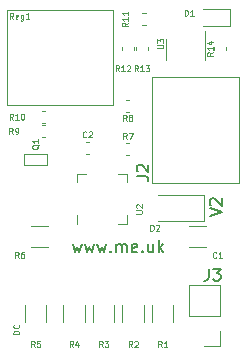
<source format=gbr>
%TF.GenerationSoftware,KiCad,Pcbnew,(5.1.9-0-10_14)*%
%TF.CreationDate,2021-05-24T07:26:35+01:00*%
%TF.ProjectId,Battery,42617474-6572-4792-9e6b-696361645f70,12*%
%TF.SameCoordinates,Original*%
%TF.FileFunction,Legend,Top*%
%TF.FilePolarity,Positive*%
%FSLAX46Y46*%
G04 Gerber Fmt 4.6, Leading zero omitted, Abs format (unit mm)*
G04 Created by KiCad (PCBNEW (5.1.9-0-10_14)) date 2021-05-24 07:26:35*
%MOMM*%
%LPD*%
G01*
G04 APERTURE LIST*
%ADD10C,0.080000*%
%ADD11C,0.150000*%
%ADD12C,0.120000*%
%ADD13C,0.100000*%
G04 APERTURE END LIST*
D10*
X118326190Y-126080952D02*
X117826190Y-126080952D01*
X117826190Y-125961904D01*
X117850000Y-125890476D01*
X117897619Y-125842857D01*
X117945238Y-125819047D01*
X118040476Y-125795238D01*
X118111904Y-125795238D01*
X118207142Y-125819047D01*
X118254761Y-125842857D01*
X118302380Y-125890476D01*
X118326190Y-125961904D01*
X118326190Y-126080952D01*
X118278571Y-125295238D02*
X118302380Y-125319047D01*
X118326190Y-125390476D01*
X118326190Y-125438095D01*
X118302380Y-125509523D01*
X118254761Y-125557142D01*
X118207142Y-125580952D01*
X118111904Y-125604761D01*
X118040476Y-125604761D01*
X117945238Y-125580952D01*
X117897619Y-125557142D01*
X117850000Y-125509523D01*
X117826190Y-125438095D01*
X117826190Y-125390476D01*
X117850000Y-125319047D01*
X117873809Y-125295238D01*
D11*
X122842857Y-118485714D02*
X123033333Y-119152380D01*
X123223809Y-118676190D01*
X123414285Y-119152380D01*
X123604761Y-118485714D01*
X123890476Y-118485714D02*
X124080952Y-119152380D01*
X124271428Y-118676190D01*
X124461904Y-119152380D01*
X124652380Y-118485714D01*
X124938095Y-118485714D02*
X125128571Y-119152380D01*
X125319047Y-118676190D01*
X125509523Y-119152380D01*
X125700000Y-118485714D01*
X126080952Y-119057142D02*
X126128571Y-119104761D01*
X126080952Y-119152380D01*
X126033333Y-119104761D01*
X126080952Y-119057142D01*
X126080952Y-119152380D01*
X126557142Y-119152380D02*
X126557142Y-118485714D01*
X126557142Y-118580952D02*
X126604761Y-118533333D01*
X126700000Y-118485714D01*
X126842857Y-118485714D01*
X126938095Y-118533333D01*
X126985714Y-118628571D01*
X126985714Y-119152380D01*
X126985714Y-118628571D02*
X127033333Y-118533333D01*
X127128571Y-118485714D01*
X127271428Y-118485714D01*
X127366666Y-118533333D01*
X127414285Y-118628571D01*
X127414285Y-119152380D01*
X128271428Y-119104761D02*
X128176190Y-119152380D01*
X127985714Y-119152380D01*
X127890476Y-119104761D01*
X127842857Y-119009523D01*
X127842857Y-118628571D01*
X127890476Y-118533333D01*
X127985714Y-118485714D01*
X128176190Y-118485714D01*
X128271428Y-118533333D01*
X128319047Y-118628571D01*
X128319047Y-118723809D01*
X127842857Y-118819047D01*
X128747619Y-119057142D02*
X128795238Y-119104761D01*
X128747619Y-119152380D01*
X128700000Y-119104761D01*
X128747619Y-119057142D01*
X128747619Y-119152380D01*
X129652380Y-118485714D02*
X129652380Y-119152380D01*
X129223809Y-118485714D02*
X129223809Y-119009523D01*
X129271428Y-119104761D01*
X129366666Y-119152380D01*
X129509523Y-119152380D01*
X129604761Y-119104761D01*
X129652380Y-119057142D01*
X130128571Y-119152380D02*
X130128571Y-118152380D01*
X130223809Y-118771428D02*
X130509523Y-119152380D01*
X130509523Y-118485714D02*
X130128571Y-118866666D01*
X134452380Y-116109523D02*
X135452380Y-115776190D01*
X134452380Y-115442857D01*
X134547619Y-115157142D02*
X134500000Y-115109523D01*
X134452380Y-115014285D01*
X134452380Y-114776190D01*
X134500000Y-114680952D01*
X134547619Y-114633333D01*
X134642857Y-114585714D01*
X134738095Y-114585714D01*
X134880952Y-114633333D01*
X135452380Y-115204761D01*
X135452380Y-114585714D01*
D12*
%TO.C,Reg1*%
X126250000Y-106650000D02*
X117250000Y-106650000D01*
X126250000Y-98650000D02*
X126250000Y-106650000D01*
X117250000Y-98650000D02*
X126250000Y-98650000D01*
X117250000Y-106650000D02*
X117250000Y-98650000D01*
%TO.C,U3*%
X134010000Y-102900000D02*
X134010000Y-100450000D01*
X130790000Y-101100000D02*
X130790000Y-102900000D01*
%TO.C,R14*%
X135810000Y-102040580D02*
X135810000Y-101759420D01*
X134790000Y-102040580D02*
X134790000Y-101759420D01*
%TO.C,R10*%
X120259420Y-108210000D02*
X120540580Y-108210000D01*
X120259420Y-107190000D02*
X120540580Y-107190000D01*
%TO.C,D2*%
X133985000Y-114265000D02*
X130100000Y-114265000D01*
X133985000Y-116535000D02*
X133985000Y-114265000D01*
X130100000Y-116535000D02*
X133985000Y-116535000D01*
%TO.C,Q1*%
X118700000Y-110800000D02*
X120700000Y-110800000D01*
X120700000Y-110800000D02*
X120700000Y-111800000D01*
X120700000Y-111800000D02*
X118700000Y-111800000D01*
X118700000Y-111800000D02*
X118700000Y-110800000D01*
%TO.C,D1*%
X136185000Y-98565000D02*
X133900000Y-98565000D01*
X136185000Y-100035000D02*
X136185000Y-98565000D01*
X133900000Y-100035000D02*
X136185000Y-100035000D01*
%TO.C,C2*%
X124246267Y-109790000D02*
X123953733Y-109790000D01*
X124246267Y-110810000D02*
X123953733Y-110810000D01*
%TO.C,J3*%
X135330000Y-127130000D02*
X134000000Y-127130000D01*
X135330000Y-125800000D02*
X135330000Y-127130000D01*
X135330000Y-124530000D02*
X132670000Y-124530000D01*
X132670000Y-124530000D02*
X132670000Y-121930000D01*
X135330000Y-124530000D02*
X135330000Y-121930000D01*
X135330000Y-121930000D02*
X132670000Y-121930000D01*
%TO.C,R13*%
X128010000Y-102040580D02*
X128010000Y-101759420D01*
X126990000Y-102040580D02*
X126990000Y-101759420D01*
%TO.C,R12*%
X128190000Y-101759420D02*
X128190000Y-102040580D01*
X129210000Y-101759420D02*
X129210000Y-102040580D01*
%TO.C,R11*%
X128759420Y-99910000D02*
X129040580Y-99910000D01*
X128759420Y-98890000D02*
X129040580Y-98890000D01*
%TO.C,R9*%
X120259420Y-109410000D02*
X120540580Y-109410000D01*
X120259420Y-108390000D02*
X120540580Y-108390000D01*
%TO.C,R8*%
X127359420Y-107310000D02*
X127640580Y-107310000D01*
X127359420Y-106290000D02*
X127640580Y-106290000D01*
%TO.C,R7*%
X127640580Y-109890000D02*
X127359420Y-109890000D01*
X127640580Y-110910000D02*
X127359420Y-110910000D01*
%TO.C,R6*%
X119322936Y-118710000D02*
X120777064Y-118710000D01*
X119322936Y-116890000D02*
X120777064Y-116890000D01*
%TO.C,R5*%
X120610000Y-125077064D02*
X120610000Y-123622936D01*
X118790000Y-125077064D02*
X118790000Y-123622936D01*
%TO.C,R4*%
X123880000Y-125077064D02*
X123880000Y-123622936D01*
X122060000Y-125077064D02*
X122060000Y-123622936D01*
%TO.C,R3*%
X126380000Y-125077064D02*
X126380000Y-123622936D01*
X124560000Y-125077064D02*
X124560000Y-123622936D01*
%TO.C,R2*%
X128880000Y-125077064D02*
X128880000Y-123622936D01*
X127060000Y-125077064D02*
X127060000Y-123622936D01*
%TO.C,R1*%
X131380000Y-125077064D02*
X131380000Y-123622936D01*
X129560000Y-125077064D02*
X129560000Y-123622936D01*
%TO.C,C1*%
X134164564Y-116890000D02*
X132710436Y-116890000D01*
X134164564Y-118710000D02*
X132710436Y-118710000D01*
%TO.C,U2*%
X123215000Y-113240000D02*
X123215000Y-112515000D01*
X123215000Y-112515000D02*
X123940000Y-112515000D01*
X127435000Y-116010000D02*
X127435000Y-116735000D01*
X127435000Y-116735000D02*
X126710000Y-116735000D01*
X127435000Y-113240000D02*
X127435000Y-112515000D01*
X127435000Y-112515000D02*
X126710000Y-112515000D01*
X123215000Y-116010000D02*
X123215000Y-116735000D01*
%TO.C,J2*%
X136890000Y-113270000D02*
X129540000Y-113270000D01*
X129540000Y-113270000D02*
X129540000Y-104330000D01*
X129540000Y-104330000D02*
X136890000Y-104330000D01*
X136890000Y-113270000D02*
X136890000Y-104330000D01*
%TO.C,Reg1*%
D13*
X117819761Y-99376190D02*
X117653095Y-99138095D01*
X117534047Y-99376190D02*
X117534047Y-98876190D01*
X117724523Y-98876190D01*
X117772142Y-98900000D01*
X117795952Y-98923809D01*
X117819761Y-98971428D01*
X117819761Y-99042857D01*
X117795952Y-99090476D01*
X117772142Y-99114285D01*
X117724523Y-99138095D01*
X117534047Y-99138095D01*
X118224523Y-99352380D02*
X118176904Y-99376190D01*
X118081666Y-99376190D01*
X118034047Y-99352380D01*
X118010238Y-99304761D01*
X118010238Y-99114285D01*
X118034047Y-99066666D01*
X118081666Y-99042857D01*
X118176904Y-99042857D01*
X118224523Y-99066666D01*
X118248333Y-99114285D01*
X118248333Y-99161904D01*
X118010238Y-99209523D01*
X118676904Y-99042857D02*
X118676904Y-99447619D01*
X118653095Y-99495238D01*
X118629285Y-99519047D01*
X118581666Y-99542857D01*
X118510238Y-99542857D01*
X118462619Y-99519047D01*
X118676904Y-99352380D02*
X118629285Y-99376190D01*
X118534047Y-99376190D01*
X118486428Y-99352380D01*
X118462619Y-99328571D01*
X118438809Y-99280952D01*
X118438809Y-99138095D01*
X118462619Y-99090476D01*
X118486428Y-99066666D01*
X118534047Y-99042857D01*
X118629285Y-99042857D01*
X118676904Y-99066666D01*
X119176904Y-99376190D02*
X118891190Y-99376190D01*
X119034047Y-99376190D02*
X119034047Y-98876190D01*
X118986428Y-98947619D01*
X118938809Y-98995238D01*
X118891190Y-99019047D01*
%TO.C,U3*%
D10*
X130026190Y-101880952D02*
X130430952Y-101880952D01*
X130478571Y-101857142D01*
X130502380Y-101833333D01*
X130526190Y-101785714D01*
X130526190Y-101690476D01*
X130502380Y-101642857D01*
X130478571Y-101619047D01*
X130430952Y-101595238D01*
X130026190Y-101595238D01*
X130026190Y-101404761D02*
X130026190Y-101095238D01*
X130216666Y-101261904D01*
X130216666Y-101190476D01*
X130240476Y-101142857D01*
X130264285Y-101119047D01*
X130311904Y-101095238D01*
X130430952Y-101095238D01*
X130478571Y-101119047D01*
X130502380Y-101142857D01*
X130526190Y-101190476D01*
X130526190Y-101333333D01*
X130502380Y-101380952D01*
X130478571Y-101404761D01*
%TO.C,R14*%
X134726190Y-102221428D02*
X134488095Y-102388095D01*
X134726190Y-102507142D02*
X134226190Y-102507142D01*
X134226190Y-102316666D01*
X134250000Y-102269047D01*
X134273809Y-102245238D01*
X134321428Y-102221428D01*
X134392857Y-102221428D01*
X134440476Y-102245238D01*
X134464285Y-102269047D01*
X134488095Y-102316666D01*
X134488095Y-102507142D01*
X134726190Y-101745238D02*
X134726190Y-102030952D01*
X134726190Y-101888095D02*
X134226190Y-101888095D01*
X134297619Y-101935714D01*
X134345238Y-101983333D01*
X134369047Y-102030952D01*
X134392857Y-101316666D02*
X134726190Y-101316666D01*
X134202380Y-101435714D02*
X134559523Y-101554761D01*
X134559523Y-101245238D01*
%TO.C,R10*%
X117788571Y-107926190D02*
X117621904Y-107688095D01*
X117502857Y-107926190D02*
X117502857Y-107426190D01*
X117693333Y-107426190D01*
X117740952Y-107450000D01*
X117764761Y-107473809D01*
X117788571Y-107521428D01*
X117788571Y-107592857D01*
X117764761Y-107640476D01*
X117740952Y-107664285D01*
X117693333Y-107688095D01*
X117502857Y-107688095D01*
X118264761Y-107926190D02*
X117979047Y-107926190D01*
X118121904Y-107926190D02*
X118121904Y-107426190D01*
X118074285Y-107497619D01*
X118026666Y-107545238D01*
X117979047Y-107569047D01*
X118574285Y-107426190D02*
X118621904Y-107426190D01*
X118669523Y-107450000D01*
X118693333Y-107473809D01*
X118717142Y-107521428D01*
X118740952Y-107616666D01*
X118740952Y-107735714D01*
X118717142Y-107830952D01*
X118693333Y-107878571D01*
X118669523Y-107902380D01*
X118621904Y-107926190D01*
X118574285Y-107926190D01*
X118526666Y-107902380D01*
X118502857Y-107878571D01*
X118479047Y-107830952D01*
X118455238Y-107735714D01*
X118455238Y-107616666D01*
X118479047Y-107521428D01*
X118502857Y-107473809D01*
X118526666Y-107450000D01*
X118574285Y-107426190D01*
%TO.C,D2*%
X129430952Y-117326190D02*
X129430952Y-116826190D01*
X129550000Y-116826190D01*
X129621428Y-116850000D01*
X129669047Y-116897619D01*
X129692857Y-116945238D01*
X129716666Y-117040476D01*
X129716666Y-117111904D01*
X129692857Y-117207142D01*
X129669047Y-117254761D01*
X129621428Y-117302380D01*
X129550000Y-117326190D01*
X129430952Y-117326190D01*
X129907142Y-116873809D02*
X129930952Y-116850000D01*
X129978571Y-116826190D01*
X130097619Y-116826190D01*
X130145238Y-116850000D01*
X130169047Y-116873809D01*
X130192857Y-116921428D01*
X130192857Y-116969047D01*
X130169047Y-117040476D01*
X129883333Y-117326190D01*
X130192857Y-117326190D01*
%TO.C,Q1*%
X119973809Y-110047619D02*
X119950000Y-110095238D01*
X119902380Y-110142857D01*
X119830952Y-110214285D01*
X119807142Y-110261904D01*
X119807142Y-110309523D01*
X119926190Y-110285714D02*
X119902380Y-110333333D01*
X119854761Y-110380952D01*
X119759523Y-110404761D01*
X119592857Y-110404761D01*
X119497619Y-110380952D01*
X119450000Y-110333333D01*
X119426190Y-110285714D01*
X119426190Y-110190476D01*
X119450000Y-110142857D01*
X119497619Y-110095238D01*
X119592857Y-110071428D01*
X119759523Y-110071428D01*
X119854761Y-110095238D01*
X119902380Y-110142857D01*
X119926190Y-110190476D01*
X119926190Y-110285714D01*
X119926190Y-109595238D02*
X119926190Y-109880952D01*
X119926190Y-109738095D02*
X119426190Y-109738095D01*
X119497619Y-109785714D01*
X119545238Y-109833333D01*
X119569047Y-109880952D01*
%TO.C,D1*%
X132330952Y-99126190D02*
X132330952Y-98626190D01*
X132450000Y-98626190D01*
X132521428Y-98650000D01*
X132569047Y-98697619D01*
X132592857Y-98745238D01*
X132616666Y-98840476D01*
X132616666Y-98911904D01*
X132592857Y-99007142D01*
X132569047Y-99054761D01*
X132521428Y-99102380D01*
X132450000Y-99126190D01*
X132330952Y-99126190D01*
X133092857Y-99126190D02*
X132807142Y-99126190D01*
X132950000Y-99126190D02*
X132950000Y-98626190D01*
X132902380Y-98697619D01*
X132854761Y-98745238D01*
X132807142Y-98769047D01*
%TO.C,C2*%
X124016666Y-109378571D02*
X123992857Y-109402380D01*
X123921428Y-109426190D01*
X123873809Y-109426190D01*
X123802380Y-109402380D01*
X123754761Y-109354761D01*
X123730952Y-109307142D01*
X123707142Y-109211904D01*
X123707142Y-109140476D01*
X123730952Y-109045238D01*
X123754761Y-108997619D01*
X123802380Y-108950000D01*
X123873809Y-108926190D01*
X123921428Y-108926190D01*
X123992857Y-108950000D01*
X124016666Y-108973809D01*
X124207142Y-108973809D02*
X124230952Y-108950000D01*
X124278571Y-108926190D01*
X124397619Y-108926190D01*
X124445238Y-108950000D01*
X124469047Y-108973809D01*
X124492857Y-109021428D01*
X124492857Y-109069047D01*
X124469047Y-109140476D01*
X124183333Y-109426190D01*
X124492857Y-109426190D01*
%TO.C,J3*%
D11*
X134366666Y-120552380D02*
X134366666Y-121266666D01*
X134319047Y-121409523D01*
X134223809Y-121504761D01*
X134080952Y-121552380D01*
X133985714Y-121552380D01*
X134747619Y-120552380D02*
X135366666Y-120552380D01*
X135033333Y-120933333D01*
X135176190Y-120933333D01*
X135271428Y-120980952D01*
X135319047Y-121028571D01*
X135366666Y-121123809D01*
X135366666Y-121361904D01*
X135319047Y-121457142D01*
X135271428Y-121504761D01*
X135176190Y-121552380D01*
X134890476Y-121552380D01*
X134795238Y-121504761D01*
X134747619Y-121457142D01*
%TO.C,R13*%
D10*
X128378571Y-103826190D02*
X128211904Y-103588095D01*
X128092857Y-103826190D02*
X128092857Y-103326190D01*
X128283333Y-103326190D01*
X128330952Y-103350000D01*
X128354761Y-103373809D01*
X128378571Y-103421428D01*
X128378571Y-103492857D01*
X128354761Y-103540476D01*
X128330952Y-103564285D01*
X128283333Y-103588095D01*
X128092857Y-103588095D01*
X128854761Y-103826190D02*
X128569047Y-103826190D01*
X128711904Y-103826190D02*
X128711904Y-103326190D01*
X128664285Y-103397619D01*
X128616666Y-103445238D01*
X128569047Y-103469047D01*
X129021428Y-103326190D02*
X129330952Y-103326190D01*
X129164285Y-103516666D01*
X129235714Y-103516666D01*
X129283333Y-103540476D01*
X129307142Y-103564285D01*
X129330952Y-103611904D01*
X129330952Y-103730952D01*
X129307142Y-103778571D01*
X129283333Y-103802380D01*
X129235714Y-103826190D01*
X129092857Y-103826190D01*
X129045238Y-103802380D01*
X129021428Y-103778571D01*
%TO.C,R12*%
X126778571Y-103826190D02*
X126611904Y-103588095D01*
X126492857Y-103826190D02*
X126492857Y-103326190D01*
X126683333Y-103326190D01*
X126730952Y-103350000D01*
X126754761Y-103373809D01*
X126778571Y-103421428D01*
X126778571Y-103492857D01*
X126754761Y-103540476D01*
X126730952Y-103564285D01*
X126683333Y-103588095D01*
X126492857Y-103588095D01*
X127254761Y-103826190D02*
X126969047Y-103826190D01*
X127111904Y-103826190D02*
X127111904Y-103326190D01*
X127064285Y-103397619D01*
X127016666Y-103445238D01*
X126969047Y-103469047D01*
X127445238Y-103373809D02*
X127469047Y-103350000D01*
X127516666Y-103326190D01*
X127635714Y-103326190D01*
X127683333Y-103350000D01*
X127707142Y-103373809D01*
X127730952Y-103421428D01*
X127730952Y-103469047D01*
X127707142Y-103540476D01*
X127421428Y-103826190D01*
X127730952Y-103826190D01*
%TO.C,R11*%
X127526190Y-99721428D02*
X127288095Y-99888095D01*
X127526190Y-100007142D02*
X127026190Y-100007142D01*
X127026190Y-99816666D01*
X127050000Y-99769047D01*
X127073809Y-99745238D01*
X127121428Y-99721428D01*
X127192857Y-99721428D01*
X127240476Y-99745238D01*
X127264285Y-99769047D01*
X127288095Y-99816666D01*
X127288095Y-100007142D01*
X127526190Y-99245238D02*
X127526190Y-99530952D01*
X127526190Y-99388095D02*
X127026190Y-99388095D01*
X127097619Y-99435714D01*
X127145238Y-99483333D01*
X127169047Y-99530952D01*
X127526190Y-98769047D02*
X127526190Y-99054761D01*
X127526190Y-98911904D02*
X127026190Y-98911904D01*
X127097619Y-98959523D01*
X127145238Y-99007142D01*
X127169047Y-99054761D01*
%TO.C,R9*%
X117772666Y-109126190D02*
X117606000Y-108888095D01*
X117486952Y-109126190D02*
X117486952Y-108626190D01*
X117677428Y-108626190D01*
X117725047Y-108650000D01*
X117748857Y-108673809D01*
X117772666Y-108721428D01*
X117772666Y-108792857D01*
X117748857Y-108840476D01*
X117725047Y-108864285D01*
X117677428Y-108888095D01*
X117486952Y-108888095D01*
X118010761Y-109126190D02*
X118106000Y-109126190D01*
X118153619Y-109102380D01*
X118177428Y-109078571D01*
X118225047Y-109007142D01*
X118248857Y-108911904D01*
X118248857Y-108721428D01*
X118225047Y-108673809D01*
X118201238Y-108650000D01*
X118153619Y-108626190D01*
X118058380Y-108626190D01*
X118010761Y-108650000D01*
X117986952Y-108673809D01*
X117963142Y-108721428D01*
X117963142Y-108840476D01*
X117986952Y-108888095D01*
X118010761Y-108911904D01*
X118058380Y-108935714D01*
X118153619Y-108935714D01*
X118201238Y-108911904D01*
X118225047Y-108888095D01*
X118248857Y-108840476D01*
%TO.C,R8*%
X127416666Y-108026190D02*
X127250000Y-107788095D01*
X127130952Y-108026190D02*
X127130952Y-107526190D01*
X127321428Y-107526190D01*
X127369047Y-107550000D01*
X127392857Y-107573809D01*
X127416666Y-107621428D01*
X127416666Y-107692857D01*
X127392857Y-107740476D01*
X127369047Y-107764285D01*
X127321428Y-107788095D01*
X127130952Y-107788095D01*
X127702380Y-107740476D02*
X127654761Y-107716666D01*
X127630952Y-107692857D01*
X127607142Y-107645238D01*
X127607142Y-107621428D01*
X127630952Y-107573809D01*
X127654761Y-107550000D01*
X127702380Y-107526190D01*
X127797619Y-107526190D01*
X127845238Y-107550000D01*
X127869047Y-107573809D01*
X127892857Y-107621428D01*
X127892857Y-107645238D01*
X127869047Y-107692857D01*
X127845238Y-107716666D01*
X127797619Y-107740476D01*
X127702380Y-107740476D01*
X127654761Y-107764285D01*
X127630952Y-107788095D01*
X127607142Y-107835714D01*
X127607142Y-107930952D01*
X127630952Y-107978571D01*
X127654761Y-108002380D01*
X127702380Y-108026190D01*
X127797619Y-108026190D01*
X127845238Y-108002380D01*
X127869047Y-107978571D01*
X127892857Y-107930952D01*
X127892857Y-107835714D01*
X127869047Y-107788095D01*
X127845238Y-107764285D01*
X127797619Y-107740476D01*
%TO.C,R7*%
X127416666Y-109526190D02*
X127250000Y-109288095D01*
X127130952Y-109526190D02*
X127130952Y-109026190D01*
X127321428Y-109026190D01*
X127369047Y-109050000D01*
X127392857Y-109073809D01*
X127416666Y-109121428D01*
X127416666Y-109192857D01*
X127392857Y-109240476D01*
X127369047Y-109264285D01*
X127321428Y-109288095D01*
X127130952Y-109288095D01*
X127583333Y-109026190D02*
X127916666Y-109026190D01*
X127702380Y-109526190D01*
%TO.C,R6*%
X118266666Y-119626190D02*
X118100000Y-119388095D01*
X117980952Y-119626190D02*
X117980952Y-119126190D01*
X118171428Y-119126190D01*
X118219047Y-119150000D01*
X118242857Y-119173809D01*
X118266666Y-119221428D01*
X118266666Y-119292857D01*
X118242857Y-119340476D01*
X118219047Y-119364285D01*
X118171428Y-119388095D01*
X117980952Y-119388095D01*
X118695238Y-119126190D02*
X118600000Y-119126190D01*
X118552380Y-119150000D01*
X118528571Y-119173809D01*
X118480952Y-119245238D01*
X118457142Y-119340476D01*
X118457142Y-119530952D01*
X118480952Y-119578571D01*
X118504761Y-119602380D01*
X118552380Y-119626190D01*
X118647619Y-119626190D01*
X118695238Y-119602380D01*
X118719047Y-119578571D01*
X118742857Y-119530952D01*
X118742857Y-119411904D01*
X118719047Y-119364285D01*
X118695238Y-119340476D01*
X118647619Y-119316666D01*
X118552380Y-119316666D01*
X118504761Y-119340476D01*
X118480952Y-119364285D01*
X118457142Y-119411904D01*
%TO.C,R5*%
X119616666Y-127176190D02*
X119450000Y-126938095D01*
X119330952Y-127176190D02*
X119330952Y-126676190D01*
X119521428Y-126676190D01*
X119569047Y-126700000D01*
X119592857Y-126723809D01*
X119616666Y-126771428D01*
X119616666Y-126842857D01*
X119592857Y-126890476D01*
X119569047Y-126914285D01*
X119521428Y-126938095D01*
X119330952Y-126938095D01*
X120069047Y-126676190D02*
X119830952Y-126676190D01*
X119807142Y-126914285D01*
X119830952Y-126890476D01*
X119878571Y-126866666D01*
X119997619Y-126866666D01*
X120045238Y-126890476D01*
X120069047Y-126914285D01*
X120092857Y-126961904D01*
X120092857Y-127080952D01*
X120069047Y-127128571D01*
X120045238Y-127152380D01*
X119997619Y-127176190D01*
X119878571Y-127176190D01*
X119830952Y-127152380D01*
X119807142Y-127128571D01*
%TO.C,R4*%
X122886666Y-127176190D02*
X122720000Y-126938095D01*
X122600952Y-127176190D02*
X122600952Y-126676190D01*
X122791428Y-126676190D01*
X122839047Y-126700000D01*
X122862857Y-126723809D01*
X122886666Y-126771428D01*
X122886666Y-126842857D01*
X122862857Y-126890476D01*
X122839047Y-126914285D01*
X122791428Y-126938095D01*
X122600952Y-126938095D01*
X123315238Y-126842857D02*
X123315238Y-127176190D01*
X123196190Y-126652380D02*
X123077142Y-127009523D01*
X123386666Y-127009523D01*
%TO.C,R3*%
X125386666Y-127176190D02*
X125220000Y-126938095D01*
X125100952Y-127176190D02*
X125100952Y-126676190D01*
X125291428Y-126676190D01*
X125339047Y-126700000D01*
X125362857Y-126723809D01*
X125386666Y-126771428D01*
X125386666Y-126842857D01*
X125362857Y-126890476D01*
X125339047Y-126914285D01*
X125291428Y-126938095D01*
X125100952Y-126938095D01*
X125553333Y-126676190D02*
X125862857Y-126676190D01*
X125696190Y-126866666D01*
X125767619Y-126866666D01*
X125815238Y-126890476D01*
X125839047Y-126914285D01*
X125862857Y-126961904D01*
X125862857Y-127080952D01*
X125839047Y-127128571D01*
X125815238Y-127152380D01*
X125767619Y-127176190D01*
X125624761Y-127176190D01*
X125577142Y-127152380D01*
X125553333Y-127128571D01*
%TO.C,R2*%
X127886666Y-127176190D02*
X127720000Y-126938095D01*
X127600952Y-127176190D02*
X127600952Y-126676190D01*
X127791428Y-126676190D01*
X127839047Y-126700000D01*
X127862857Y-126723809D01*
X127886666Y-126771428D01*
X127886666Y-126842857D01*
X127862857Y-126890476D01*
X127839047Y-126914285D01*
X127791428Y-126938095D01*
X127600952Y-126938095D01*
X128077142Y-126723809D02*
X128100952Y-126700000D01*
X128148571Y-126676190D01*
X128267619Y-126676190D01*
X128315238Y-126700000D01*
X128339047Y-126723809D01*
X128362857Y-126771428D01*
X128362857Y-126819047D01*
X128339047Y-126890476D01*
X128053333Y-127176190D01*
X128362857Y-127176190D01*
%TO.C,R1*%
X130386666Y-127176190D02*
X130220000Y-126938095D01*
X130100952Y-127176190D02*
X130100952Y-126676190D01*
X130291428Y-126676190D01*
X130339047Y-126700000D01*
X130362857Y-126723809D01*
X130386666Y-126771428D01*
X130386666Y-126842857D01*
X130362857Y-126890476D01*
X130339047Y-126914285D01*
X130291428Y-126938095D01*
X130100952Y-126938095D01*
X130862857Y-127176190D02*
X130577142Y-127176190D01*
X130720000Y-127176190D02*
X130720000Y-126676190D01*
X130672380Y-126747619D01*
X130624761Y-126795238D01*
X130577142Y-126819047D01*
%TO.C,C1*%
X135016666Y-119578571D02*
X134992857Y-119602380D01*
X134921428Y-119626190D01*
X134873809Y-119626190D01*
X134802380Y-119602380D01*
X134754761Y-119554761D01*
X134730952Y-119507142D01*
X134707142Y-119411904D01*
X134707142Y-119340476D01*
X134730952Y-119245238D01*
X134754761Y-119197619D01*
X134802380Y-119150000D01*
X134873809Y-119126190D01*
X134921428Y-119126190D01*
X134992857Y-119150000D01*
X135016666Y-119173809D01*
X135492857Y-119626190D02*
X135207142Y-119626190D01*
X135350000Y-119626190D02*
X135350000Y-119126190D01*
X135302380Y-119197619D01*
X135254761Y-119245238D01*
X135207142Y-119269047D01*
%TO.C,U2*%
X128226190Y-115880952D02*
X128630952Y-115880952D01*
X128678571Y-115857142D01*
X128702380Y-115833333D01*
X128726190Y-115785714D01*
X128726190Y-115690476D01*
X128702380Y-115642857D01*
X128678571Y-115619047D01*
X128630952Y-115595238D01*
X128226190Y-115595238D01*
X128273809Y-115380952D02*
X128250000Y-115357142D01*
X128226190Y-115309523D01*
X128226190Y-115190476D01*
X128250000Y-115142857D01*
X128273809Y-115119047D01*
X128321428Y-115095238D01*
X128369047Y-115095238D01*
X128440476Y-115119047D01*
X128726190Y-115404761D01*
X128726190Y-115095238D01*
%TO.C,J2*%
D11*
X128252380Y-112733333D02*
X128966666Y-112733333D01*
X129109523Y-112780952D01*
X129204761Y-112876190D01*
X129252380Y-113019047D01*
X129252380Y-113114285D01*
X128347619Y-112304761D02*
X128300000Y-112257142D01*
X128252380Y-112161904D01*
X128252380Y-111923809D01*
X128300000Y-111828571D01*
X128347619Y-111780952D01*
X128442857Y-111733333D01*
X128538095Y-111733333D01*
X128680952Y-111780952D01*
X129252380Y-112352380D01*
X129252380Y-111733333D01*
%TD*%
M02*

</source>
